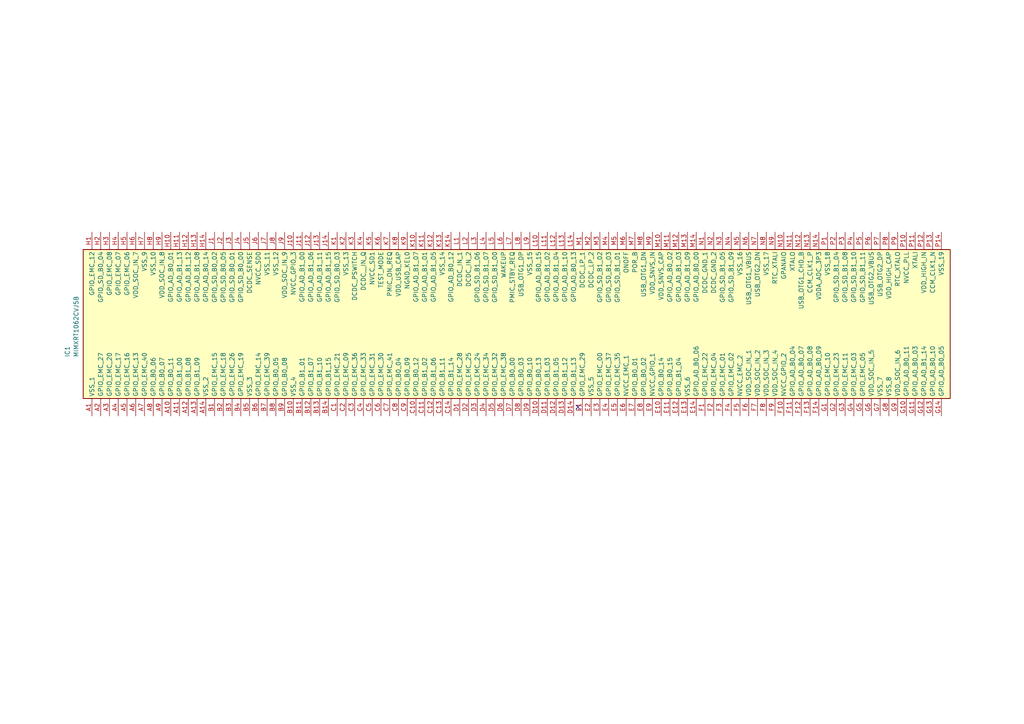
<source format=kicad_sch>
(kicad_sch (version 20231120) (generator "eeschema") (generator_version "8.0")
  (paper "A4")
  (lib_symbols
    (symbol "SamacSys_Parts:MIMXRT1062CVJ5B"
      (property "Reference" "IC" (at 49.53 7.62 0))
      (property "Value" "MIMXRT1062CVJ5B" (at 49.53 5.08 0))
      (symbol "MIMXRT1062CVJ5B_1_1"
        (rectangle (start 5.08 2.54) (end 48.26 -248.92) (stroke (width 0.254)) (fill (type background)))
        (pin passive line (at 0 0 0) (length 5.08) (name "VSS_1") (number "A1"))
        (pin passive line (at 0 -22.86 0) (length 5.08) (name "GPIO_B0_11") (number "A10"))
        (pin passive line (at 0 -25.4 0) (length 5.08) (name "GPIO_B1_00") (number "A11"))
        (pin passive line (at 0 -27.94 0) (length 5.08) (name "GPIO_B1_08") (number "A12"))
        (pin passive line (at 0 -30.48 0) (length 5.08) (name "GPIO_B1_09") (number "A13"))
        (pin passive line (at 0 -33.02 0) (length 5.08) (name "VSS_2") (number "A14"))
        (pin passive line (at 0 -2.54 0) (length 5.08) (name "GPIO_EMC_27") (number "A2"))
        (pin passive line (at 0 -5.08 0) (length 5.08) (name "GPIO_EMC_20") (number "A3"))
        (pin passive line (at 0 -7.62 0) (length 5.08) (name "GPIO_EMC_17") (number "A4"))
        (pin passive line (at 0 -10.16 0) (length 5.08) (name "GPIO_EMC_16") (number "A5"))
        (pin passive line (at 0 -12.7 0) (length 5.08) (name "GPIO_EMC_13") (number "A6"))
        (pin passive line (at 0 -15.24 0) (length 5.08) (name "GPIO_EMC_40") (number "A7"))
        (pin passive line (at 0 -17.78 0) (length 5.08) (name "GPIO_B0_06") (number "A8"))
        (pin passive line (at 0 -20.32 0) (length 5.08) (name "GPIO_B0_07") (number "A9"))
        (pin passive line (at 0 -35.56 0) (length 5.08) (name "GPIO_EMC_15") (number "B1"))
        (pin passive line (at 0 -58.42 0) (length 5.08) (name "VSS_4") (number "B10"))
        (pin passive line (at 0 -60.96 0) (length 5.08) (name "GPIO_B1_01") (number "B11"))
        (pin passive line (at 0 -63.5 0) (length 5.08) (name "GPIO_B1_07") (number "B12"))
        (pin passive line (at 0 -66.04 0) (length 5.08) (name "GPIO_B1_10") (number "B13"))
        (pin passive line (at 0 -68.58 0) (length 5.08) (name "GPIO_B1_15") (number "B14"))
        (pin passive line (at 0 -38.1 0) (length 5.08) (name "GPIO_EMC_18") (number "B2"))
        (pin passive line (at 0 -40.64 0) (length 5.08) (name "GPIO_EMC_26") (number "B3"))
        (pin passive line (at 0 -43.18 0) (length 5.08) (name "GPIO_EMC_19") (number "B4"))
        (pin passive line (at 0 -45.72 0) (length 5.08) (name "VSS_3") (number "B5"))
        (pin passive line (at 0 -48.26 0) (length 5.08) (name "GPIO_EMC_14") (number "B6"))
        (pin passive line (at 0 -50.8 0) (length 5.08) (name "GPIO_EMC_39") (number "B7"))
        (pin passive line (at 0 -53.34 0) (length 5.08) (name "GPIO_B0_05") (number "B8"))
        (pin passive line (at 0 -55.88 0) (length 5.08) (name "GPIO_B0_08") (number "B9"))
        (pin passive line (at 0 -71.12 0) (length 5.08) (name "GPIO_EMC_21") (number "C1"))
        (pin passive line (at 0 -93.98 0) (length 5.08) (name "GPIO_B0_12") (number "C10"))
        (pin passive line (at 0 -96.52 0) (length 5.08) (name "GPIO_B1_02") (number "C11"))
        (pin passive line (at 0 -99.06 0) (length 5.08) (name "GPIO_B1_06") (number "C12"))
        (pin passive line (at 0 -101.6 0) (length 5.08) (name "GPIO_B1_11") (number "C13"))
        (pin passive line (at 0 -104.14 0) (length 5.08) (name "GPIO_B1_14") (number "C14"))
        (pin passive line (at 0 -73.66 0) (length 5.08) (name "GPIO_EMC_09") (number "C2"))
        (pin passive line (at 0 -76.2 0) (length 5.08) (name "GPIO_EMC_36") (number "C3"))
        (pin passive line (at 0 -78.74 0) (length 5.08) (name "GPIO_EMC_33") (number "C4"))
        (pin passive line (at 0 -81.28 0) (length 5.08) (name "GPIO_EMC_31") (number "C5"))
        (pin passive line (at 0 -83.82 0) (length 5.08) (name "GPIO_EMC_30") (number "C6"))
        (pin passive line (at 0 -86.36 0) (length 5.08) (name "GPIO_EMC_41") (number "C7"))
        (pin passive line (at 0 -88.9 0) (length 5.08) (name "GPIO_B0_04") (number "C8"))
        (pin passive line (at 0 -91.44 0) (length 5.08) (name "GPIO_B0_09") (number "C9"))
        (pin passive line (at 0 -106.68 0) (length 5.08) (name "GPIO_EMC_28") (number "D1"))
        (pin passive line (at 0 -129.54 0) (length 5.08) (name "GPIO_B0_13") (number "D10"))
        (pin passive line (at 0 -132.08 0) (length 5.08) (name "GPIO_B1_03") (number "D11"))
        (pin passive line (at 0 -134.62 0) (length 5.08) (name "GPIO_B1_05") (number "D12"))
        (pin passive line (at 0 -137.16 0) (length 5.08) (name "GPIO_B1_12") (number "D13"))
        (pin passive line (at 0 -139.7 0) (length 5.08) (name "GPIO_B1_13") (number "D14"))
        (pin passive line (at 0 -109.22 0) (length 5.08) (name "GPIO_EMC_25") (number "D2"))
        (pin passive line (at 0 -111.76 0) (length 5.08) (name "GPIO_EMC_24") (number "D3"))
        (pin passive line (at 0 -114.3 0) (length 5.08) (name "GPIO_EMC_34") (number "D4"))
        (pin passive line (at 0 -116.84 0) (length 5.08) (name "GPIO_EMC_32") (number "D5"))
        (pin passive line (at 0 -119.38 0) (length 5.08) (name "GPIO_EMC_38") (number "D6"))
        (pin passive line (at 0 -121.92 0) (length 5.08) (name "GPIO_B0_00") (number "D7"))
        (pin passive line (at 0 -124.46 0) (length 5.08) (name "GPIO_B0_03") (number "D8"))
        (pin passive line (at 0 -127 0) (length 5.08) (name "GPIO_B0_10") (number "D9"))
        (pin passive line (at 0 -142.24 0) (length 5.08) (name "GPIO_EMC_29") (number "E1"))
        (pin passive line (at 0 -165.1 0) (length 5.08) (name "GPIO_B0_14") (number "E10"))
        (pin passive line (at 0 -167.64 0) (length 5.08) (name "GPIO_B0_15") (number "E11"))
        (pin passive line (at 0 -170.18 0) (length 5.08) (name "GPIO_B1_04") (number "E12"))
        (pin passive line (at 0 -172.72 0) (length 5.08) (name "VSS_6") (number "E13"))
        (pin passive line (at 0 -175.26 0) (length 5.08) (name "GPIO_AD_B0_06") (number "E14"))
        (pin passive line (at 0 -144.78 0) (length 5.08) (name "VSS_5") (number "E2"))
        (pin passive line (at 0 -147.32 0) (length 5.08) (name "GPIO_EMC_00") (number "E3"))
        (pin passive line (at 0 -149.86 0) (length 5.08) (name "GPIO_EMC_37") (number "E4"))
        (pin passive line (at 0 -152.4 0) (length 5.08) (name "GPIO_EMC_35") (number "E5"))
        (pin passive line (at 0 -154.94 0) (length 5.08) (name "NVCC_EMC_1") (number "E6"))
        (pin passive line (at 0 -157.48 0) (length 5.08) (name "GPIO_B0_01") (number "E7"))
        (pin passive line (at 0 -160.02 0) (length 5.08) (name "GPIO_B0_02") (number "E8"))
        (pin passive line (at 0 -162.56 0) (length 5.08) (name "NVCC_GPIO_1") (number "E9"))
        (pin passive line (at 0 -177.8 0) (length 5.08) (name "GPIO_EMC_22") (number "F1"))
        (pin passive line (at 0 -200.66 0) (length 5.08) (name "NVCC_GPIO_2") (number "F10"))
        (pin passive line (at 0 -203.2 0) (length 5.08) (name "GPIO_AD_B0_04") (number "F11"))
        (pin passive line (at 0 -205.74 0) (length 5.08) (name "GPIO_AD_B0_07") (number "F12"))
        (pin passive line (at 0 -208.28 0) (length 5.08) (name "GPIO_AD_B0_08") (number "F13"))
        (pin passive line (at 0 -210.82 0) (length 5.08) (name "GPIO_AD_B0_09") (number "F14"))
        (pin passive line (at 0 -180.34 0) (length 5.08) (name "GPIO_EMC_04") (number "F2"))
        (pin passive line (at 0 -182.88 0) (length 5.08) (name "GPIO_EMC_01") (number "F3"))
        (pin passive line (at 0 -185.42 0) (length 5.08) (name "GPIO_EMC_02") (number "F4"))
        (pin passive line (at 0 -187.96 0) (length 5.08) (name "NVCC_EMC_2") (number "F5"))
        (pin passive line (at 0 -190.5 0) (length 5.08) (name "VDD_SOC_IN_1") (number "F6"))
        (pin passive line (at 0 -193.04 0) (length 5.08) (name "VDD_SOC_IN_2") (number "F7"))
        (pin passive line (at 0 -195.58 0) (length 5.08) (name "VDD_SOC_IN_3") (number "F8"))
        (pin passive line (at 0 -198.12 0) (length 5.08) (name "VDD_SOC_IN_4") (number "F9"))
        (pin passive line (at 0 -213.36 0) (length 5.08) (name "GPIO_EMC_10") (number "G1"))
        (pin passive line (at 0 -236.22 0) (length 5.08) (name "GPIO_AD_B0_11") (number "G10"))
        (pin passive line (at 0 -238.76 0) (length 5.08) (name "GPIO_AD_B0_03") (number "G11"))
        (pin passive line (at 0 -241.3 0) (length 5.08) (name "GPIO_AD_B1_14") (number "G12"))
        (pin passive line (at 0 -243.84 0) (length 5.08) (name "GPIO_AD_B0_10") (number "G13"))
        (pin passive line (at 0 -246.38 0) (length 5.08) (name "GPIO_AD_B0_05") (number "G14"))
        (pin passive line (at 0 -215.9 0) (length 5.08) (name "GPIO_EMC_23") (number "G2"))
        (pin passive line (at 0 -218.44 0) (length 5.08) (name "GPIO_EMC_11") (number "G3"))
        (pin passive line (at 0 -220.98 0) (length 5.08) (name "GPIO_EMC_03") (number "G4"))
        (pin passive line (at 0 -223.52 0) (length 5.08) (name "GPIO_EMC_05") (number "G5"))
        (pin passive line (at 0 -226.06 0) (length 5.08) (name "VDD_SOC_IN_5") (number "G6"))
        (pin passive line (at 0 -228.6 0) (length 5.08) (name "VSS_7") (number "G7"))
        (pin passive line (at 0 -231.14 0) (length 5.08) (name "VSS_8") (number "G8"))
        (pin passive line (at 0 -233.68 0) (length 5.08) (name "VDD_SOC_IN_6") (number "G9"))
        (pin passive line (at 53.34 0 180) (length 5.08) (name "GPIO_EMC_12") (number "H1"))
        (pin passive line (at 53.34 -22.86 180) (length 5.08) (name "GPIO_AD_B0_01") (number "H10"))
        (pin passive line (at 53.34 -25.4 180) (length 5.08) (name "GPIO_AD_B1_13") (number "H11"))
        (pin passive line (at 53.34 -27.94 180) (length 5.08) (name "GPIO_AD_B1_12") (number "H12"))
        (pin passive line (at 53.34 -30.48 180) (length 5.08) (name "GPIO_AD_B1_08") (number "H13"))
        (pin passive line (at 53.34 -33.02 180) (length 5.08) (name "GPIO_AD_B0_14") (number "H14"))
        (pin passive line (at 53.34 -2.54 180) (length 5.08) (name "GPIO_SD_B0_04") (number "H2"))
        (pin passive line (at 53.34 -5.08 180) (length 5.08) (name "GPIO_EMC_08") (number "H3"))
        (pin passive line (at 53.34 -7.62 180) (length 5.08) (name "GPIO_EMC_07") (number "H4"))
        (pin passive line (at 53.34 -10.16 180) (length 5.08) (name "GPIO_EMC_06") (number "H5"))
        (pin passive line (at 53.34 -12.7 180) (length 5.08) (name "VDD_SOC_IN_7") (number "H6"))
        (pin passive line (at 53.34 -15.24 180) (length 5.08) (name "VSS_9") (number "H7"))
        (pin passive line (at 53.34 -17.78 180) (length 5.08) (name "VSS_10") (number "H8"))
        (pin passive line (at 53.34 -20.32 180) (length 5.08) (name "VDD_SOC_IN_8") (number "H9"))
        (pin passive line (at 53.34 -35.56 180) (length 5.08) (name "GPIO_SD_B0_02") (number "J1"))
        (pin passive line (at 53.34 -58.42 180) (length 5.08) (name "NVCC_GPIO_3") (number "J10"))
        (pin passive line (at 53.34 -60.96 180) (length 5.08) (name "GPIO_AD_B1_00") (number "J11"))
        (pin passive line (at 53.34 -63.5 180) (length 5.08) (name "GPIO_AD_B1_06") (number "J12"))
        (pin passive line (at 53.34 -66.04 180) (length 5.08) (name "GPIO_AD_B1_11") (number "J13"))
        (pin passive line (at 53.34 -68.58 180) (length 5.08) (name "GPIO_AD_B1_15") (number "J14"))
        (pin passive line (at 53.34 -38.1 180) (length 5.08) (name "GPIO_SD_B0_05") (number "J2"))
        (pin passive line (at 53.34 -40.64 180) (length 5.08) (name "GPIO_SD_B0_01") (number "J3"))
        (pin passive line (at 53.34 -43.18 180) (length 5.08) (name "GPIO_SD_B0_00") (number "J4"))
        (pin passive line (at 53.34 -45.72 180) (length 5.08) (name "DCDC_SENSE") (number "J5"))
        (pin passive line (at 53.34 -48.26 180) (length 5.08) (name "NVCC_SD0") (number "J6"))
        (pin passive line (at 53.34 -50.8 180) (length 5.08) (name "VSS_11") (number "J7"))
        (pin passive line (at 53.34 -53.34 180) (length 5.08) (name "VSS_12") (number "J8"))
        (pin passive line (at 53.34 -55.88 180) (length 5.08) (name "VDD_SOC_IN_9") (number "J9"))
        (pin passive line (at 53.34 -71.12 180) (length 5.08) (name "GPIO_SD_B0_03") (number "K1"))
        (pin passive line (at 53.34 -93.98 180) (length 5.08) (name "GPIO_AD_B1_07") (number "K10"))
        (pin passive line (at 53.34 -96.52 180) (length 5.08) (name "GPIO_AD_B1_01") (number "K11"))
        (pin passive line (at 53.34 -99.06 180) (length 5.08) (name "GPIO_AD_B1_05") (number "K12"))
        (pin passive line (at 53.34 -101.6 180) (length 5.08) (name "VSS_14") (number "K13"))
        (pin passive line (at 53.34 -104.14 180) (length 5.08) (name "GPIO_AD_B0_12") (number "K14"))
        (pin passive line (at 53.34 -73.66 180) (length 5.08) (name "VSS_13") (number "K2"))
        (pin passive line (at 53.34 -76.2 180) (length 5.08) (name "DCDC_PSWITCH") (number "K3"))
        (pin passive line (at 53.34 -78.74 180) (length 5.08) (name "DCDC__IN_Q") (number "K4"))
        (pin passive line (at 53.34 -81.28 180) (length 5.08) (name "NVCC_SD1") (number "K5"))
        (pin passive line (at 53.34 -83.82 180) (length 5.08) (name "TEST_MODE") (number "K6"))
        (pin passive line (at 53.34 -86.36 180) (length 5.08) (name "PMIC_ON_REQ") (number "K7"))
        (pin passive line (at 53.34 -88.9 180) (length 5.08) (name "VDD_USB_CAP") (number "K8"))
        (pin passive line (at 53.34 -91.44 180) (length 5.08) (name "NGND_KEL0") (number "K9"))
        (pin passive line (at 53.34 -106.68 180) (length 5.08) (name "DCDC_IN_1") (number "L1"))
        (pin passive line (at 53.34 -129.54 180) (length 5.08) (name "GPIO_AD_B0_15") (number "L10"))
        (pin passive line (at 53.34 -132.08 180) (length 5.08) (name "GPIO_AD_B1_02") (number "L11"))
        (pin passive line (at 53.34 -134.62 180) (length 5.08) (name "GPIO_AD_B1_04") (number "L12"))
        (pin passive line (at 53.34 -137.16 180) (length 5.08) (name "GPIO_AD_B1_10") (number "L13"))
        (pin passive line (at 53.34 -139.7 180) (length 5.08) (name "GPIO_AD_B0_13") (number "L14"))
        (pin passive line (at 53.34 -109.22 180) (length 5.08) (name "DCDC_IN_2") (number "L2"))
        (pin passive line (at 53.34 -111.76 180) (length 5.08) (name "GPIO_SD_B1_06") (number "L3"))
        (pin passive line (at 53.34 -114.3 180) (length 5.08) (name "GPIO_SD_B1_07") (number "L4"))
        (pin passive line (at 53.34 -116.84 180) (length 5.08) (name "GPIO_SD_B1_00") (number "L5"))
        (pin passive line (at 53.34 -119.38 180) (length 5.08) (name "WAKEUP") (number "L6"))
        (pin passive line (at 53.34 -121.92 180) (length 5.08) (name "PMIC_STBY_REQ") (number "L7"))
        (pin passive line (at 53.34 -124.46 180) (length 5.08) (name "USB_OTG1_DP") (number "L8"))
        (pin passive line (at 53.34 -127 180) (length 5.08) (name "VSS_15") (number "L9"))
        (pin passive line (at 53.34 -142.24 180) (length 5.08) (name "DCDC_LP_1") (number "M1"))
        (pin passive line (at 53.34 -165.1 180) (length 5.08) (name "VDD_SNVS_CAP") (number "M10"))
        (pin passive line (at 53.34 -167.64 180) (length 5.08) (name "GPIO_AD_B0_02") (number "M11"))
        (pin passive line (at 53.34 -170.18 180) (length 5.08) (name "GPIO_AD_B1_03") (number "M12"))
        (pin passive line (at 53.34 -172.72 180) (length 5.08) (name "GPIO_AD_B1_09") (number "M13"))
        (pin passive line (at 53.34 -175.26 180) (length 5.08) (name "GPIO_AD_B0_00") (number "M14"))
        (pin passive line (at 53.34 -144.78 180) (length 5.08) (name "DCDC_LP_2") (number "M2"))
        (pin passive line (at 53.34 -147.32 180) (length 5.08) (name "GPIO_SD_B1_02") (number "M3"))
        (pin passive line (at 53.34 -149.86 180) (length 5.08) (name "GPIO_SD_B1_03") (number "M4"))
        (pin passive line (at 53.34 -152.4 180) (length 5.08) (name "GPIO_SD_B1_01") (number "M5"))
        (pin passive line (at 53.34 -154.94 180) (length 5.08) (name "ONOFF") (number "M6"))
        (pin passive line (at 53.34 -157.48 180) (length 5.08) (name "POR_B") (number "M7"))
        (pin passive line (at 53.34 -160.02 180) (length 5.08) (name "USB_OTG1_DN") (number "M8"))
        (pin passive line (at 53.34 -162.56 180) (length 5.08) (name "VDD_SNVS_IN") (number "M9"))
        (pin passive line (at 53.34 -177.8 180) (length 5.08) (name "DCDC_GND_1") (number "N1"))
        (pin passive line (at 53.34 -200.66 180) (length 5.08) (name "GPANAIO") (number "N10"))
        (pin passive line (at 53.34 -203.2 180) (length 5.08) (name "XTALO") (number "N11"))
        (pin passive line (at 53.34 -205.74 180) (length 5.08) (name "USB_OTG1_CHD_B") (number "N12"))
        (pin passive line (at 53.34 -208.28 180) (length 5.08) (name "CCM_CLK1_P") (number "N13"))
        (pin passive line (at 53.34 -210.82 180) (length 5.08) (name "VDDA_ADC_3P3") (number "N14"))
        (pin passive line (at 53.34 -180.34 180) (length 5.08) (name "DCDC_GND_2") (number "N2"))
        (pin passive line (at 53.34 -182.88 180) (length 5.08) (name "GPIO_SD_B1_05") (number "N3"))
        (pin passive line (at 53.34 -185.42 180) (length 5.08) (name "GPIO_SD_B1_09") (number "N4"))
        (pin passive line (at 53.34 -187.96 180) (length 5.08) (name "VSS_16") (number "N5"))
        (pin passive line (at 53.34 -190.5 180) (length 5.08) (name "USB_OTG1_VBUS") (number "N6"))
        (pin passive line (at 53.34 -193.04 180) (length 5.08) (name "USB_OTG2_DN") (number "N7"))
        (pin passive line (at 53.34 -195.58 180) (length 5.08) (name "VSS_17") (number "N8"))
        (pin passive line (at 53.34 -198.12 180) (length 5.08) (name "RTC_XTALI") (number "N9"))
        (pin passive line (at 53.34 -213.36 180) (length 5.08) (name "VSS_18") (number "P1"))
        (pin passive line (at 53.34 -236.22 180) (length 5.08) (name "NVCC_PLL") (number "P10"))
        (pin passive line (at 53.34 -238.76 180) (length 5.08) (name "XTALI") (number "P11"))
        (pin passive line (at 53.34 -241.3 180) (length 5.08) (name "VDD_HIGH_IN") (number "P12"))
        (pin passive line (at 53.34 -243.84 180) (length 5.08) (name "CCM_CLK1_N") (number "P13"))
        (pin passive line (at 53.34 -246.38 180) (length 5.08) (name "VSS_19") (number "P14"))
        (pin passive line (at 53.34 -215.9 180) (length 5.08) (name "GPIO_SD_B1_04") (number "P2"))
        (pin passive line (at 53.34 -218.44 180) (length 5.08) (name "GPIO_SD_B1_08") (number "P3"))
        (pin passive line (at 53.34 -220.98 180) (length 5.08) (name "GPIO_SD_B1_10") (number "P4"))
        (pin passive line (at 53.34 -223.52 180) (length 5.08) (name "GPIO_SD_B1_11") (number "P5"))
        (pin passive line (at 53.34 -226.06 180) (length 5.08) (name "USB_OTG2_VBUS") (number "P6"))
        (pin passive line (at 53.34 -228.6 180) (length 5.08) (name "USB_OTG2_DP") (number "P7"))
        (pin passive line (at 53.34 -231.14 180) (length 5.08) (name "VDD_HIGH_CAP") (number "P8"))
        (pin passive line (at 53.34 -233.68 180) (length 5.08) (name "RTC_XTALO") (number "P9"))
      )
    )
  )
  (no_connect (at 167.64 118.11))
  (symbol (lib_id "SamacSys_Parts:MIMXRT1062CVJ5B") (at 26.67 120.65 90) (unit 1)
    (property "Reference" "IC1" (at 19.558 103.632 0) (effects (justify left)))
    (property "Value" "MIMXRT1062CVJ5B" (at 22.098 103.632 0) (effects (justify left)))
    (property "Footprint" "BGA196C80P14X14_1200X1200X152" (effects (hide yes)))
    (property "Datasheet" "https://www.nxp.com/docs/en/nxp/data-sheets/IMXRT1060IEC.pdf" (effects (hide yes)))
    (property "Description" "SOC i.MX ARM Cortex M7 40nm Tray" (effects (hide yes)))
    (property "Height" "1.52" (effects (hide yes)))
    (property "Mouser Part Number" "771-MIMXRT1062CVJ5B" (effects (hide yes)))
    (property "Mouser Price/Stock" "https://www.mouser.co.uk/ProductDetail/NXP-Semiconductors/MIMXRT1062CVJ5B?qs=BJlw7L4Cy78wIjVLugVpzg%3D%3D" (effects (hide yes)))
    (property "Manufacturer_Name" "NXP" (effects (hide yes)))
    (property "Manufacturer_Part_Number" "MIMXRT1062CVJ5B" (effects (hide yes)))
  )
)
</source>
